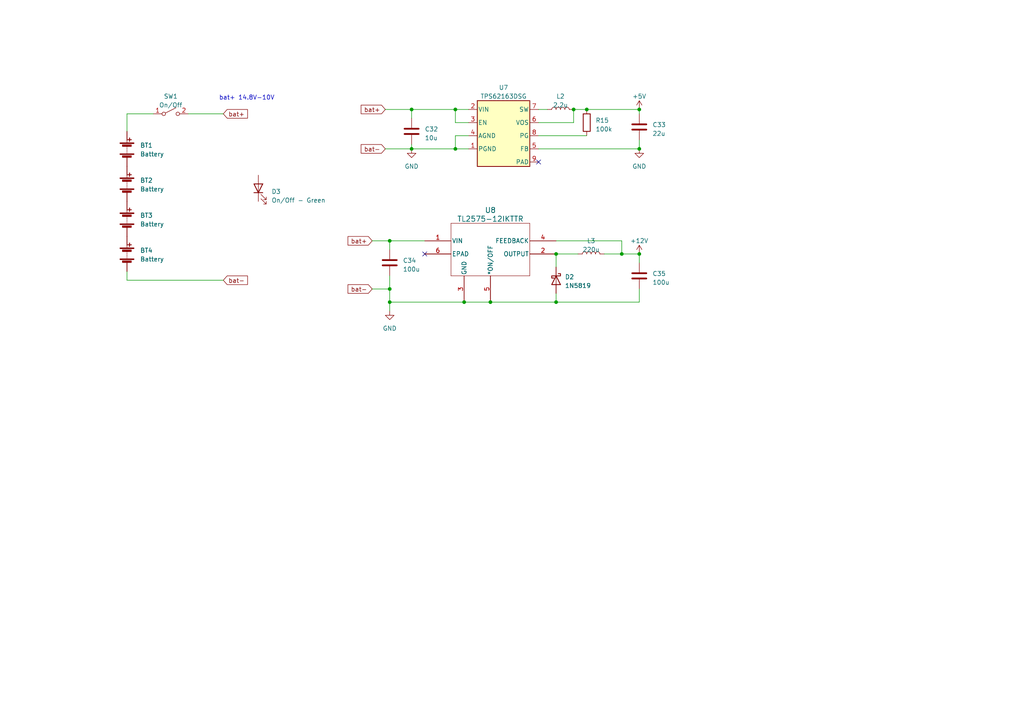
<source format=kicad_sch>
(kicad_sch (version 20230121) (generator eeschema)
  (paper "A4")
  (lib_symbols
    (symbol "Device:Battery" (pin_numbers hide) (pin_names (offset 0) hide)
      (property "Reference" "BT" (at 2.54 2.54 0))
      (property "Value" "Battery" (at 2.54 0 0))
      (symbol "Battery_0_1"
        (rectangle (start -2.032 -1.397) (end 2.032 -1.651) (fill (type outline)))
        (rectangle (start -2.032 1.778) (end 2.032 1.524) (fill (type outline)))
        (rectangle (start -1.3208 -1.9812) (end 1.27 -2.4892) (fill (type outline)))
        (rectangle (start -1.3208 1.1938) (end 1.27 0.6858) (fill (type outline)))
        (polyline (pts (xy 0 -1.524) (xy 0 -1.27)))
        (polyline (pts (xy 0 -1.016) (xy 0 -0.762)))
        (polyline (pts (xy 0 -0.508) (xy 0 -0.254)))
        (polyline (pts (xy 0 0) (xy 0 0.254)))
        (polyline (pts (xy 0 0.508) (xy 0 0.762)))
        (polyline (pts (xy 0 1.778) (xy 0 2.54)))
        (polyline (pts (xy 0.254 2.667) (xy 1.27 2.667)) (stroke (width 0.254)))
        (polyline (pts (xy 0.762 3.175) (xy 0.762 2.159)) (stroke (width 0.254)))
      )
      (symbol "Battery_1_1"
        (pin passive line (at 0 5.08 270) (length 2.54) (name "+") (number "1"))
        (pin passive line (at 0 -5.08 90) (length 2.54) (name "-") (number "2"))
      )
    )
    (symbol "Device:C" (pin_numbers hide) (pin_names (offset 0.254))
      (property "Reference" "C" (at 0.635 2.54 0))
      (property "Value" "C" (at 0.635 -2.54 0))
      (symbol "C_0_1"
        (polyline (pts (xy -2.032 -0.762) (xy 2.032 -0.762)) (stroke (width 0.508)))
        (polyline (pts (xy -2.032 0.762) (xy 2.032 0.762)) (stroke (width 0.508)))
      )
      (symbol "C_1_1"
        (pin passive line (at 0 3.81 270) (length 2.794) (name "~") (number "1"))
        (pin passive line (at 0 -3.81 90) (length 2.794) (name "~") (number "2"))
      )
    )
    (symbol "Device:D_Schottky" (pin_numbers hide) (pin_names (offset 1.016) hide)
      (property "Reference" "D" (at 0 2.54 0))
      (property "Value" "D_Schottky" (at 0 -2.54 0))
      (symbol "D_Schottky_0_1"
        (polyline (pts (xy 1.27 0) (xy -1.27 0)))
        (polyline (pts (xy 1.27 1.27) (xy 1.27 -1.27) (xy -1.27 0) (xy 1.27 1.27)) (stroke (width 0.254)))
        (polyline (pts (xy -1.905 0.635) (xy -1.905 1.27) (xy -1.27 1.27) (xy -1.27 -1.27) (xy -0.635 -1.27) (xy -0.635 -0.635)) (stroke (width 0.254)))
      )
      (symbol "D_Schottky_1_1"
        (pin passive line (at -3.81 0 0) (length 2.54) (name "K") (number "1"))
        (pin passive line (at 3.81 0 180) (length 2.54) (name "A") (number "2"))
      )
    )
    (symbol "Device:L" (pin_numbers hide) (pin_names (offset 1.016) hide)
      (property "Reference" "L" (at -1.27 0 90))
      (property "Value" "L" (at 1.905 0 90))
      (symbol "L_0_1"
        (arc (start 0 -2.54) (mid 0.6323 -1.905) (end 0 -1.27))
        (arc (start 0 -1.27) (mid 0.6323 -0.635) (end 0 0))
        (arc (start 0 0) (mid 0.6323 0.635) (end 0 1.27))
        (arc (start 0 1.27) (mid 0.6323 1.905) (end 0 2.54))
      )
      (symbol "L_1_1"
        (pin passive line (at 0 3.81 270) (length 1.27) (name "1") (number "1"))
        (pin passive line (at 0 -3.81 90) (length 1.27) (name "2") (number "2"))
      )
    )
    (symbol "Device:LED" (pin_numbers hide) (pin_names (offset 1.016) hide)
      (property "Reference" "D" (at 0 2.54 0))
      (property "Value" "LED" (at 0 -2.54 0))
      (symbol "LED_0_1"
        (polyline (pts (xy -1.27 -1.27) (xy -1.27 1.27)) (stroke (width 0.254)))
        (polyline (pts (xy -1.27 0) (xy 1.27 0)))
        (polyline (pts (xy 1.27 -1.27) (xy 1.27 1.27) (xy -1.27 0) (xy 1.27 -1.27)) (stroke (width 0.254)))
        (polyline (pts (xy -3.048 -0.762) (xy -4.572 -2.286) (xy -3.81 -2.286) (xy -4.572 -2.286) (xy -4.572 -1.524)))
        (polyline (pts (xy -1.778 -0.762) (xy -3.302 -2.286) (xy -2.54 -2.286) (xy -3.302 -2.286) (xy -3.302 -1.524)))
      )
      (symbol "LED_1_1"
        (pin passive line (at -3.81 0 0) (length 2.54) (name "K") (number "1"))
        (pin passive line (at 3.81 0 180) (length 2.54) (name "A") (number "2"))
      )
    )
    (symbol "Device:R" (pin_numbers hide) (pin_names (offset 0))
      (property "Reference" "R" (at 2.032 0 90))
      (property "Value" "R" (at 0 0 90))
      (symbol "R_0_1"
        (rectangle (start -1.016 -2.54) (end 1.016 2.54) (stroke (width 0.254)))
      )
      (symbol "R_1_1"
        (pin passive line (at 0 3.81 270) (length 1.27) (name "~") (number "1"))
        (pin passive line (at 0 -3.81 90) (length 1.27) (name "~") (number "2"))
      )
    )
    (symbol "Regulator_Switching:TPS62163DSG" (pin_names (offset 0.254))
      (property "Reference" "U7" (at 0 13.97 0))
      (property "Value" "TPS62163DSG" (at 0 11.43 0))
      (symbol "TPS62163DSG_0_1"
        (rectangle (start -7.62 10.16) (end 7.62 -8.89) (stroke (width 0.254)) (fill (type background)))
      )
      (symbol "TPS62163DSG_1_1"
        (pin power_in line (at -10.16 -3.81 0) (length 2.54) (name "PGND") (number "1"))
        (pin power_in line (at -10.16 7.62 0) (length 2.54) (name "VIN") (number "2"))
        (pin input line (at -10.16 3.81 0) (length 2.54) (name "EN") (number "3"))
        (pin power_in line (at -10.16 0 0) (length 2.54) (name "AGND") (number "4"))
        (pin input line (at 10.16 -3.81 180) (length 2.54) (name "FB") (number "5"))
        (pin input line (at 10.16 3.81 180) (length 2.54) (name "VOS") (number "6"))
        (pin output line (at 10.16 7.62 180) (length 2.54) (name "SW") (number "7"))
        (pin open_collector line (at 10.16 0 180) (length 2.54) (name "PG") (number "8"))
        (pin power_in line (at 10.16 -7.62 180) (length 2.54) (name "PAD") (number "9"))
      )
    )
    (symbol "Switch:SW_SPST" (pin_names (offset 0) hide)
      (property "Reference" "SW" (at 0 3.175 0))
      (property "Value" "SW_SPST" (at 0 -2.54 0))
      (symbol "SW_SPST_0_0"
        (circle (center -2.032 0) (radius 0.508))
        (polyline (pts (xy -1.524 0.254) (xy 1.524 1.778)))
        (circle (center 2.032 0) (radius 0.508))
      )
      (symbol "SW_SPST_1_1"
        (pin passive line (at -5.08 0 0) (length 2.54) (name "A") (number "1"))
        (pin passive line (at 5.08 0 180) (length 2.54) (name "B") (number "2"))
      )
    )
    (symbol "TL2575-12IKTTR:TL2575-12IKTTR" (pin_names (offset 0.254))
      (property "Reference" "U8" (at 19.05 8.89 0))
      (property "Value" "TL2575-12IKTTR" (at 19.05 6.35 0))
      (symbol "TL2575-12IKTTR_0_1"
        (polyline (pts (xy 7.62 -10.16) (xy 30.48 -10.16)) (stroke (width 0.127)))
        (polyline (pts (xy 7.62 5.08) (xy 7.62 -10.16)) (stroke (width 0.127)))
        (polyline (pts (xy 30.48 -10.16) (xy 30.48 5.08)) (stroke (width 0.127)))
        (polyline (pts (xy 30.48 5.08) (xy 7.62 5.08)) (stroke (width 0.127)))
        (pin input line (at 0 0 0) (length 7.62) (name "VIN") (number "1"))
        (pin output line (at 38.1 -3.81 180) (length 7.62) (name "OUTPUT") (number "2"))
        (pin power_in line (at 11.43 -17.78 90) (length 7.62) (name "GND") (number "3"))
        (pin unspecified line (at 38.1 0 180) (length 7.62) (name "FEEDBACK") (number "4"))
        (pin unspecified line (at 19.05 -17.78 90) (length 7.62) (name "*ON/OFF") (number "5"))
        (pin unspecified line (at 0 -3.81 0) (length 7.62) (name "EPAD") (number "6"))
      )
    )
    (symbol "power:+12V" (power) (pin_names (offset 0))
      (property "Value" "+12V" (at 0 3.556 0))
      (symbol "+12V_0_1"
        (polyline (pts (xy -0.762 1.27) (xy 0 2.54)))
        (polyline (pts (xy 0 0) (xy 0 2.54)))
        (polyline (pts (xy 0 2.54) (xy 0.762 1.27)))
      )
      (symbol "+12V_1_1"
        (pin power_in line (at 0 0 90) (length 0) hide (name "+12V") (number "1"))
      )
    )
    (symbol "power:+5V" (power) (pin_names (offset 0))
      (property "Value" "+5V" (at 0 3.556 0))
      (symbol "+5V_0_1"
        (polyline (pts (xy -0.762 1.27) (xy 0 2.54)))
        (polyline (pts (xy 0 0) (xy 0 2.54)))
        (polyline (pts (xy 0 2.54) (xy 0.762 1.27)))
      )
      (symbol "+5V_1_1"
        (pin power_in line (at 0 0 90) (length 0) hide (name "+5V") (number "1"))
      )
    )
    (symbol "power:GND" (power) (pin_names (offset 0))
      (property "Value" "GND" (at 0 -3.81 0))
      (symbol "GND_0_1"
        (polyline (pts (xy 0 0) (xy 0 -1.27) (xy 1.27 -1.27) (xy 0 -2.54) (xy -1.27 -1.27) (xy 0 -1.27)))
      )
      (symbol "GND_1_1"
        (pin power_in line (at 0 0 270) (length 0) hide (name "GND") (number "1"))
      )
    )
  )
  (junction (at 134.62 87.63))
  (junction (at 161.29 73.66))
  (junction (at 119.38 31.75))
  (junction (at 180.34 73.66))
  (junction (at 170.18 31.75))
  (junction (at 119.38 43.18))
  (junction (at 113.03 69.85))
  (junction (at 113.03 87.63))
  (junction (at 142.24 87.63))
  (junction (at 161.29 87.63))
  (junction (at 185.42 31.75))
  (junction (at 185.42 73.66))
  (junction (at 132.08 31.75))
  (junction (at 166.37 31.75))
  (junction (at 113.03 83.82))
  (junction (at 185.42 43.18))
  (junction (at 132.08 43.18))
  (no_connect (at 156.21 46.99))
  (no_connect (at 123.19 73.66))
  (wire (pts (xy 132.08 35.56) (xy 135.89 35.56)))
  (wire (pts (xy 161.29 85.09) (xy 161.29 87.63)))
  (wire (pts (xy 119.38 43.18) (xy 132.08 43.18)))
  (wire (pts (xy 175.26 73.66) (xy 180.34 73.66)))
  (wire (pts (xy 156.21 43.18) (xy 185.42 43.18)))
  (wire (pts (xy 36.83 78.74) (xy 36.83 81.28)))
  (wire (pts (xy 119.38 41.91) (xy 119.38 43.18)))
  (wire (pts (xy 142.24 87.63) (xy 161.29 87.63)))
  (wire (pts (xy 185.42 43.18) (xy 185.42 40.64)))
  (wire (pts (xy 132.08 31.75) (xy 132.08 35.56)))
  (wire (pts (xy 132.08 43.18) (xy 135.89 43.18)))
  (wire (pts (xy 161.29 69.85) (xy 180.34 69.85)))
  (wire (pts (xy 156.21 39.37) (xy 170.18 39.37)))
  (wire (pts (xy 185.42 31.75) (xy 170.18 31.75)))
  (wire (pts (xy 180.34 69.85) (xy 180.34 73.66)))
  (wire (pts (xy 156.21 35.56) (xy 166.37 35.56)))
  (wire (pts (xy 107.95 69.85) (xy 113.03 69.85)))
  (wire (pts (xy 113.03 83.82) (xy 113.03 87.63)))
  (wire (pts (xy 113.03 69.85) (xy 123.19 69.85)))
  (wire (pts (xy 185.42 33.02) (xy 185.42 31.75)))
  (wire (pts (xy 161.29 73.66) (xy 167.64 73.66)))
  (wire (pts (xy 111.76 43.18) (xy 119.38 43.18)))
  (wire (pts (xy 119.38 34.29) (xy 119.38 31.75)))
  (wire (pts (xy 36.83 33.02) (xy 44.45 33.02)))
  (wire (pts (xy 135.89 39.37) (xy 132.08 39.37)))
  (wire (pts (xy 113.03 80.01) (xy 113.03 83.82)))
  (wire (pts (xy 36.83 33.02) (xy 36.83 38.1)))
  (wire (pts (xy 113.03 72.39) (xy 113.03 69.85)))
  (wire (pts (xy 107.95 83.82) (xy 113.03 83.82)))
  (wire (pts (xy 113.03 87.63) (xy 113.03 90.17)))
  (wire (pts (xy 119.38 31.75) (xy 132.08 31.75)))
  (wire (pts (xy 166.37 35.56) (xy 166.37 31.75)))
  (wire (pts (xy 132.08 39.37) (xy 132.08 43.18)))
  (wire (pts (xy 185.42 87.63) (xy 161.29 87.63)))
  (wire (pts (xy 134.62 87.63) (xy 142.24 87.63)))
  (wire (pts (xy 185.42 83.82) (xy 185.42 87.63)))
  (wire (pts (xy 161.29 73.66) (xy 161.29 77.47)))
  (wire (pts (xy 166.37 31.75) (xy 170.18 31.75)))
  (wire (pts (xy 180.34 73.66) (xy 185.42 73.66)))
  (wire (pts (xy 111.76 31.75) (xy 119.38 31.75)))
  (wire (pts (xy 135.89 31.75) (xy 132.08 31.75)))
  (wire (pts (xy 54.61 33.02) (xy 64.77 33.02)))
  (wire (pts (xy 36.83 81.28) (xy 64.77 81.28)))
  (wire (pts (xy 113.03 87.63) (xy 134.62 87.63)))
  (wire (pts (xy 185.42 73.66) (xy 185.42 76.2)))
  (wire (pts (xy 156.21 31.75) (xy 158.75 31.75)))
  (text "bat+ 14.8V-10V" (at 63.5 29.21 0) (effects (font (size 1.27 1.27)) (justify left bottom)))
  (global_label "bat+" (shape input) (at 111.76 31.75 180) (property "Intersheetrefs" "${INTERSHEET_REFS}" (effects hide)))
  (global_label "bat-" (shape input) (at 111.76 43.18 180) (property "Intersheetrefs" "${INTERSHEET_REFS}" (effects hide)))
  (global_label "bat-" (shape input) (at 64.77 81.28 0) (property "Intersheetrefs" "${INTERSHEET_REFS}" (effects hide)))
  (global_label "bat-" (shape input) (at 107.95 83.82 180) (property "Intersheetrefs" "${INTERSHEET_REFS}" (effects hide)))
  (global_label "bat+" (shape input) (at 107.95 69.85 180) (property "Intersheetrefs" "${INTERSHEET_REFS}" (effects hide)))
  (global_label "bat+" (shape input) (at 64.77 33.02 0) (property "Intersheetrefs" "${INTERSHEET_REFS}" (effects hide)))
  (symbol (lib_id "Device:Battery") (at 36.83 73.66 0) (unit 1)
    (property "Reference" "BT4" (at 40.64 72.644 0) (effects (justify left)))
    (property "Value" "Battery" (at 40.64 75.184 0) (effects (justify left)))
  )
  (symbol (lib_id "power:GND") (at 113.03 90.17 0) (unit 1)
    (property "Reference" "#PWR024" (effects hide))
    (property "Value" "GND" (at 113.03 95.25 0))
  )
  (symbol (lib_id "Device:L") (at 171.45 73.66 90) (unit 1)
    (property "Reference" "L3" (at 171.45 69.85 90))
    (property "Value" "220u" (at 171.45 72.39 90))
  )
  (symbol (lib_id "Device:Battery") (at 36.83 63.5 0) (unit 1)
    (property "Reference" "BT3" (at 40.64 62.484 0) (effects (justify left)))
    (property "Value" "Battery" (at 40.64 65.024 0) (effects (justify left)))
  )
  (symbol (lib_id "Device:C") (at 185.42 80.01 0) (unit 1)
    (property "Reference" "C35" (at 189.23 79.375 0) (effects (justify left)))
    (property "Value" "100u" (at 189.23 81.915 0) (effects (justify left)))
  )
  (symbol (lib_id "Device:C") (at 185.42 36.83 0) (unit 1)
    (property "Reference" "C33" (at 189.23 36.195 0) (effects (justify left)))
    (property "Value" "22u" (at 189.23 38.735 0) (effects (justify left)))
  )
  (symbol (lib_id "Device:C") (at 119.38 38.1 0) (unit 1)
    (property "Reference" "C32" (at 123.19 37.465 0) (effects (justify left)))
    (property "Value" "10u" (at 123.19 40.005 0) (effects (justify left)))
  )
  (symbol (lib_id "Device:D_Schottky") (at 161.29 81.28 270) (unit 1)
    (property "Reference" "D2" (at 163.83 80.3275 90) (effects (justify left)))
    (property "Value" "1N5819" (at 163.83 82.8675 90) (effects (justify left)))
  )
  (symbol (lib_id "Device:Battery") (at 36.83 53.34 0) (unit 1)
    (property "Reference" "BT2" (at 40.64 52.324 0) (effects (justify left)))
    (property "Value" "Battery" (at 40.64 54.864 0) (effects (justify left)))
  )
  (symbol (lib_id "power:GND") (at 119.38 43.18 0) (unit 1)
    (property "Reference" "#PWR012" (effects hide))
    (property "Value" "GND" (at 119.38 48.26 0))
  )
  (symbol (lib_id "Device:C") (at 113.03 76.2 0) (unit 1)
    (property "Reference" "C34" (at 116.84 75.565 0) (effects (justify left)))
    (property "Value" "100u" (at 116.84 78.105 0) (effects (justify left)))
  )
  (symbol (lib_id "Device:Battery") (at 36.83 43.18 0) (unit 1)
    (property "Reference" "BT1" (at 40.64 42.164 0) (effects (justify left)))
    (property "Value" "Battery" (at 40.64 44.704 0) (effects (justify left)))
  )
  (symbol (lib_id "power:+5V") (at 185.42 31.75 0) (unit 1)
    (property "Reference" "#PWR021" (effects hide))
    (property "Value" "+5V" (at 185.42 27.94 0))
  )
  (symbol (lib_id "Switch:SW_SPST") (at 49.53 33.02 0) (unit 1)
    (property "Reference" "SW1" (at 49.53 27.94 0))
    (property "Value" "On/Off" (at 49.53 30.48 0))
  )
  (symbol (lib_id "Device:R") (at 170.18 35.56 0) (unit 1)
    (property "Reference" "R15" (at 172.72 34.925 0) (effects (justify left)))
    (property "Value" "100k" (at 172.72 37.465 0) (effects (justify left)))
  )
  (symbol (lib_id "Device:L") (at 162.56 31.75 90) (unit 1)
    (property "Reference" "L2" (at 162.56 27.94 90))
    (property "Value" "2.2u" (at 162.56 30.48 90))
  )
  (symbol (lib_id "Device:LED") (at 74.93 54.61 90) (unit 1)
    (property "Reference" "D3" (at 78.74 55.5625 90) (effects (justify right)))
    (property "Value" "On/Off - Green" (at 78.74 58.1025 90) (effects (justify right)))
  )
  (symbol (lib_id "power:+12V") (at 185.42 73.66 0) (unit 1)
    (property "Reference" "#PWR022" (effects hide))
    (property "Value" "+12V" (at 185.42 69.85 0))
  )
  (symbol (lib_id "power:GND") (at 185.42 43.18 0) (unit 1)
    (property "Reference" "#PWR015" (effects hide))
    (property "Value" "GND" (at 185.42 48.26 0))
  )
  (symbol (lib_id "Regulator_Switching:TPS62163DSG") (at 146.05 39.37 0) (unit 1)
    (property "Reference" "U7" (at 146.05 25.4 0))
    (property "Value" "TPS62163DSG" (at 146.05 27.94 0))
    (property "Footprint" "Package_SON:WSON-8-1EP_2x2mm_P0.5mm_EP0.9x1.6mm_ThermalVias" (effects hide))
    (property "Datasheet" "http://www.ti.com/lit/ds/symlink/tps62160.pdf" (effects hide))
  )
  (symbol (lib_id "TL2575-12IKTTR:TL2575-12IKTTR") (at 123.19 69.85 0) (unit 1)
    (property "Reference" "U8" (at 142.24 60.96 0) (effects (font (size 1.524 1.524))))
    (property "Value" "TL2575-12IKTTR" (at 142.24 63.5 0) (effects (font (size 1.524 1.524))))
    (property "Footprint" "KTT5_6P22X6P86" (effects hide))
    (property "Datasheet" "TL2575-12IKTTR" (effects hide))
  )
)
</source>
